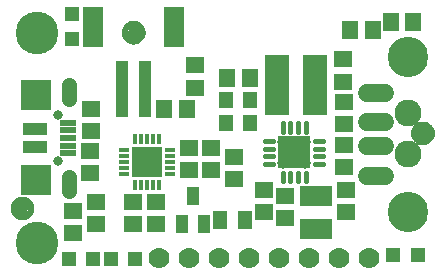
<source format=gbr>
G04 EAGLE Gerber RS-274X export*
G75*
%MOMM*%
%FSLAX34Y34*%
%LPD*%
%INSoldermask Top*%
%IPPOS*%
%AMOC8*
5,1,8,0,0,1.08239X$1,22.5*%
G01*
%ADD10R,2.801600X2.801600*%
%ADD11C,0.451600*%
%ADD12C,1.009600*%
%ADD13R,2.101600X5.101600*%
%ADD14R,1.401600X1.601600*%
%ADD15R,1.101600X4.701600*%
%ADD16R,1.701600X3.501600*%
%ADD17R,1.601600X1.401600*%
%ADD18C,1.101600*%
%ADD19C,0.500000*%
%ADD20C,3.617600*%
%ADD21C,2.286000*%
%ADD22C,1.559600*%
%ADD23C,3.417600*%
%ADD24R,1.301600X1.301600*%
%ADD25R,1.301600X1.601600*%
%ADD26R,1.301600X1.401600*%
%ADD27R,1.101600X1.501600*%
%ADD28R,2.801600X1.701600*%
%ADD29C,0.801600*%
%ADD30R,2.601600X2.601600*%
%ADD31C,1.309600*%
%ADD32R,2.101600X1.101600*%
%ADD33R,1.450000X0.500000*%
%ADD34C,1.778000*%
%ADD35R,0.400000X0.900000*%
%ADD36R,0.900000X0.400000*%


D10*
X242710Y102060D03*
D11*
X260210Y92310D02*
X267210Y92310D01*
X267210Y98810D02*
X260210Y98810D01*
X260210Y105310D02*
X267210Y105310D01*
X267210Y111810D02*
X260210Y111810D01*
X252460Y119560D02*
X252460Y126560D01*
X245960Y126560D02*
X245960Y119560D01*
X239460Y119560D02*
X239460Y126560D01*
X232960Y126560D02*
X232960Y119560D01*
X225210Y111810D02*
X218210Y111810D01*
X218210Y105310D02*
X225210Y105310D01*
X225210Y98810D02*
X218210Y98810D01*
X218210Y92310D02*
X225210Y92310D01*
X232960Y84560D02*
X232960Y77560D01*
X239460Y77560D02*
X239460Y84560D01*
X245960Y84560D02*
X245960Y77560D01*
X252460Y77560D02*
X252460Y84560D01*
D12*
X242710Y102060D03*
X251710Y93060D03*
X233710Y93060D03*
X233710Y111060D03*
X251710Y111060D03*
D13*
X228020Y159040D03*
X260020Y159040D03*
D14*
X205080Y165100D03*
X186080Y165100D03*
D15*
X96680Y156040D03*
X116680Y156040D03*
D16*
X72680Y208040D03*
X140680Y208040D03*
D17*
X284480Y180950D03*
X284480Y161950D03*
D18*
X106920Y203430D03*
D19*
X99420Y203430D02*
X99422Y203249D01*
X99429Y203068D01*
X99440Y202887D01*
X99455Y202706D01*
X99475Y202526D01*
X99499Y202346D01*
X99527Y202167D01*
X99560Y201989D01*
X99597Y201812D01*
X99638Y201635D01*
X99683Y201460D01*
X99733Y201285D01*
X99787Y201112D01*
X99845Y200941D01*
X99907Y200770D01*
X99974Y200602D01*
X100044Y200435D01*
X100118Y200269D01*
X100197Y200106D01*
X100279Y199945D01*
X100365Y199785D01*
X100455Y199628D01*
X100549Y199473D01*
X100646Y199320D01*
X100748Y199170D01*
X100852Y199022D01*
X100961Y198876D01*
X101072Y198734D01*
X101188Y198594D01*
X101306Y198457D01*
X101428Y198322D01*
X101553Y198191D01*
X101681Y198063D01*
X101812Y197938D01*
X101947Y197816D01*
X102084Y197698D01*
X102224Y197582D01*
X102366Y197471D01*
X102512Y197362D01*
X102660Y197258D01*
X102810Y197156D01*
X102963Y197059D01*
X103118Y196965D01*
X103275Y196875D01*
X103435Y196789D01*
X103596Y196707D01*
X103759Y196628D01*
X103925Y196554D01*
X104092Y196484D01*
X104260Y196417D01*
X104431Y196355D01*
X104602Y196297D01*
X104775Y196243D01*
X104950Y196193D01*
X105125Y196148D01*
X105302Y196107D01*
X105479Y196070D01*
X105657Y196037D01*
X105836Y196009D01*
X106016Y195985D01*
X106196Y195965D01*
X106377Y195950D01*
X106558Y195939D01*
X106739Y195932D01*
X106920Y195930D01*
X99420Y203430D02*
X99422Y203611D01*
X99429Y203792D01*
X99440Y203973D01*
X99455Y204154D01*
X99475Y204334D01*
X99499Y204514D01*
X99527Y204693D01*
X99560Y204871D01*
X99597Y205048D01*
X99638Y205225D01*
X99683Y205400D01*
X99733Y205575D01*
X99787Y205748D01*
X99845Y205919D01*
X99907Y206090D01*
X99974Y206258D01*
X100044Y206425D01*
X100118Y206591D01*
X100197Y206754D01*
X100279Y206915D01*
X100365Y207075D01*
X100455Y207232D01*
X100549Y207387D01*
X100646Y207540D01*
X100748Y207690D01*
X100852Y207838D01*
X100961Y207984D01*
X101072Y208126D01*
X101188Y208266D01*
X101306Y208403D01*
X101428Y208538D01*
X101553Y208669D01*
X101681Y208797D01*
X101812Y208922D01*
X101947Y209044D01*
X102084Y209162D01*
X102224Y209278D01*
X102366Y209389D01*
X102512Y209498D01*
X102660Y209602D01*
X102810Y209704D01*
X102963Y209801D01*
X103118Y209895D01*
X103275Y209985D01*
X103435Y210071D01*
X103596Y210153D01*
X103759Y210232D01*
X103925Y210306D01*
X104092Y210376D01*
X104260Y210443D01*
X104431Y210505D01*
X104602Y210563D01*
X104775Y210617D01*
X104950Y210667D01*
X105125Y210712D01*
X105302Y210753D01*
X105479Y210790D01*
X105657Y210823D01*
X105836Y210851D01*
X106016Y210875D01*
X106196Y210895D01*
X106377Y210910D01*
X106558Y210921D01*
X106739Y210928D01*
X106920Y210930D01*
X107101Y210928D01*
X107282Y210921D01*
X107463Y210910D01*
X107644Y210895D01*
X107824Y210875D01*
X108004Y210851D01*
X108183Y210823D01*
X108361Y210790D01*
X108538Y210753D01*
X108715Y210712D01*
X108890Y210667D01*
X109065Y210617D01*
X109238Y210563D01*
X109409Y210505D01*
X109580Y210443D01*
X109748Y210376D01*
X109915Y210306D01*
X110081Y210232D01*
X110244Y210153D01*
X110405Y210071D01*
X110565Y209985D01*
X110722Y209895D01*
X110877Y209801D01*
X111030Y209704D01*
X111180Y209602D01*
X111328Y209498D01*
X111474Y209389D01*
X111616Y209278D01*
X111756Y209162D01*
X111893Y209044D01*
X112028Y208922D01*
X112159Y208797D01*
X112287Y208669D01*
X112412Y208538D01*
X112534Y208403D01*
X112652Y208266D01*
X112768Y208126D01*
X112879Y207984D01*
X112988Y207838D01*
X113092Y207690D01*
X113194Y207540D01*
X113291Y207387D01*
X113385Y207232D01*
X113475Y207075D01*
X113561Y206915D01*
X113643Y206754D01*
X113722Y206591D01*
X113796Y206425D01*
X113866Y206258D01*
X113933Y206090D01*
X113995Y205919D01*
X114053Y205748D01*
X114107Y205575D01*
X114157Y205400D01*
X114202Y205225D01*
X114243Y205048D01*
X114280Y204871D01*
X114313Y204693D01*
X114341Y204514D01*
X114365Y204334D01*
X114385Y204154D01*
X114400Y203973D01*
X114411Y203792D01*
X114418Y203611D01*
X114420Y203430D01*
X114418Y203249D01*
X114411Y203068D01*
X114400Y202887D01*
X114385Y202706D01*
X114365Y202526D01*
X114341Y202346D01*
X114313Y202167D01*
X114280Y201989D01*
X114243Y201812D01*
X114202Y201635D01*
X114157Y201460D01*
X114107Y201285D01*
X114053Y201112D01*
X113995Y200941D01*
X113933Y200770D01*
X113866Y200602D01*
X113796Y200435D01*
X113722Y200269D01*
X113643Y200106D01*
X113561Y199945D01*
X113475Y199785D01*
X113385Y199628D01*
X113291Y199473D01*
X113194Y199320D01*
X113092Y199170D01*
X112988Y199022D01*
X112879Y198876D01*
X112768Y198734D01*
X112652Y198594D01*
X112534Y198457D01*
X112412Y198322D01*
X112287Y198191D01*
X112159Y198063D01*
X112028Y197938D01*
X111893Y197816D01*
X111756Y197698D01*
X111616Y197582D01*
X111474Y197471D01*
X111328Y197362D01*
X111180Y197258D01*
X111030Y197156D01*
X110877Y197059D01*
X110722Y196965D01*
X110565Y196875D01*
X110405Y196789D01*
X110244Y196707D01*
X110081Y196628D01*
X109915Y196554D01*
X109748Y196484D01*
X109580Y196417D01*
X109409Y196355D01*
X109238Y196297D01*
X109065Y196243D01*
X108890Y196193D01*
X108715Y196148D01*
X108538Y196107D01*
X108361Y196070D01*
X108183Y196037D01*
X108004Y196009D01*
X107824Y195985D01*
X107644Y195965D01*
X107463Y195950D01*
X107282Y195939D01*
X107101Y195932D01*
X106920Y195930D01*
D20*
X25400Y203200D03*
X25400Y25400D03*
D21*
X339090Y135475D03*
X339090Y100475D03*
D17*
X284980Y108570D03*
X284980Y89570D03*
X284800Y125730D03*
X284800Y144730D03*
D14*
X309220Y205740D03*
X290220Y205740D03*
X324510Y212090D03*
X343510Y212090D03*
D22*
X319280Y107475D02*
X304700Y107475D01*
X304700Y127475D02*
X319280Y127475D01*
X319280Y82475D02*
X304700Y82475D01*
X304700Y152475D02*
X319280Y152475D01*
D23*
X339090Y51775D03*
X339090Y183175D03*
D24*
X54290Y219110D03*
X54290Y198110D03*
D17*
X158430Y175730D03*
X158430Y156730D03*
D24*
X347730Y15560D03*
X326730Y15560D03*
D17*
X287020Y70460D03*
X287020Y51460D03*
X191440Y79390D03*
X191440Y98390D03*
D25*
X180000Y44450D03*
X201000Y44450D03*
D17*
X234950Y65380D03*
X234950Y46380D03*
X217170Y51460D03*
X217170Y70460D03*
D26*
X185420Y127000D03*
X205740Y127000D03*
X205740Y146050D03*
X185420Y146050D03*
D27*
X156972Y65340D03*
X166472Y41340D03*
X147472Y41340D03*
D28*
X261620Y64800D03*
X261620Y36800D03*
D18*
X351790Y118110D03*
D19*
X351790Y125610D02*
X351609Y125608D01*
X351428Y125601D01*
X351247Y125590D01*
X351066Y125575D01*
X350886Y125555D01*
X350706Y125531D01*
X350527Y125503D01*
X350349Y125470D01*
X350172Y125433D01*
X349995Y125392D01*
X349820Y125347D01*
X349645Y125297D01*
X349472Y125243D01*
X349301Y125185D01*
X349130Y125123D01*
X348962Y125056D01*
X348795Y124986D01*
X348629Y124912D01*
X348466Y124833D01*
X348305Y124751D01*
X348145Y124665D01*
X347988Y124575D01*
X347833Y124481D01*
X347680Y124384D01*
X347530Y124282D01*
X347382Y124178D01*
X347236Y124069D01*
X347094Y123958D01*
X346954Y123842D01*
X346817Y123724D01*
X346682Y123602D01*
X346551Y123477D01*
X346423Y123349D01*
X346298Y123218D01*
X346176Y123083D01*
X346058Y122946D01*
X345942Y122806D01*
X345831Y122664D01*
X345722Y122518D01*
X345618Y122370D01*
X345516Y122220D01*
X345419Y122067D01*
X345325Y121912D01*
X345235Y121755D01*
X345149Y121595D01*
X345067Y121434D01*
X344988Y121271D01*
X344914Y121105D01*
X344844Y120938D01*
X344777Y120770D01*
X344715Y120599D01*
X344657Y120428D01*
X344603Y120255D01*
X344553Y120080D01*
X344508Y119905D01*
X344467Y119728D01*
X344430Y119551D01*
X344397Y119373D01*
X344369Y119194D01*
X344345Y119014D01*
X344325Y118834D01*
X344310Y118653D01*
X344299Y118472D01*
X344292Y118291D01*
X344290Y118110D01*
X351790Y125610D02*
X351971Y125608D01*
X352152Y125601D01*
X352333Y125590D01*
X352514Y125575D01*
X352694Y125555D01*
X352874Y125531D01*
X353053Y125503D01*
X353231Y125470D01*
X353408Y125433D01*
X353585Y125392D01*
X353760Y125347D01*
X353935Y125297D01*
X354108Y125243D01*
X354279Y125185D01*
X354450Y125123D01*
X354618Y125056D01*
X354785Y124986D01*
X354951Y124912D01*
X355114Y124833D01*
X355275Y124751D01*
X355435Y124665D01*
X355592Y124575D01*
X355747Y124481D01*
X355900Y124384D01*
X356050Y124282D01*
X356198Y124178D01*
X356344Y124069D01*
X356486Y123958D01*
X356626Y123842D01*
X356763Y123724D01*
X356898Y123602D01*
X357029Y123477D01*
X357157Y123349D01*
X357282Y123218D01*
X357404Y123083D01*
X357522Y122946D01*
X357638Y122806D01*
X357749Y122664D01*
X357858Y122518D01*
X357962Y122370D01*
X358064Y122220D01*
X358161Y122067D01*
X358255Y121912D01*
X358345Y121755D01*
X358431Y121595D01*
X358513Y121434D01*
X358592Y121271D01*
X358666Y121105D01*
X358736Y120938D01*
X358803Y120770D01*
X358865Y120599D01*
X358923Y120428D01*
X358977Y120255D01*
X359027Y120080D01*
X359072Y119905D01*
X359113Y119728D01*
X359150Y119551D01*
X359183Y119373D01*
X359211Y119194D01*
X359235Y119014D01*
X359255Y118834D01*
X359270Y118653D01*
X359281Y118472D01*
X359288Y118291D01*
X359290Y118110D01*
X359288Y117929D01*
X359281Y117748D01*
X359270Y117567D01*
X359255Y117386D01*
X359235Y117206D01*
X359211Y117026D01*
X359183Y116847D01*
X359150Y116669D01*
X359113Y116492D01*
X359072Y116315D01*
X359027Y116140D01*
X358977Y115965D01*
X358923Y115792D01*
X358865Y115621D01*
X358803Y115450D01*
X358736Y115282D01*
X358666Y115115D01*
X358592Y114949D01*
X358513Y114786D01*
X358431Y114625D01*
X358345Y114465D01*
X358255Y114308D01*
X358161Y114153D01*
X358064Y114000D01*
X357962Y113850D01*
X357858Y113702D01*
X357749Y113556D01*
X357638Y113414D01*
X357522Y113274D01*
X357404Y113137D01*
X357282Y113002D01*
X357157Y112871D01*
X357029Y112743D01*
X356898Y112618D01*
X356763Y112496D01*
X356626Y112378D01*
X356486Y112262D01*
X356344Y112151D01*
X356198Y112042D01*
X356050Y111938D01*
X355900Y111836D01*
X355747Y111739D01*
X355592Y111645D01*
X355435Y111555D01*
X355275Y111469D01*
X355114Y111387D01*
X354951Y111308D01*
X354785Y111234D01*
X354618Y111164D01*
X354450Y111097D01*
X354279Y111035D01*
X354108Y110977D01*
X353935Y110923D01*
X353760Y110873D01*
X353585Y110828D01*
X353408Y110787D01*
X353231Y110750D01*
X353053Y110717D01*
X352874Y110689D01*
X352694Y110665D01*
X352514Y110645D01*
X352333Y110630D01*
X352152Y110619D01*
X351971Y110612D01*
X351790Y110610D01*
X351609Y110612D01*
X351428Y110619D01*
X351247Y110630D01*
X351066Y110645D01*
X350886Y110665D01*
X350706Y110689D01*
X350527Y110717D01*
X350349Y110750D01*
X350172Y110787D01*
X349995Y110828D01*
X349820Y110873D01*
X349645Y110923D01*
X349472Y110977D01*
X349301Y111035D01*
X349130Y111097D01*
X348962Y111164D01*
X348795Y111234D01*
X348629Y111308D01*
X348466Y111387D01*
X348305Y111469D01*
X348145Y111555D01*
X347988Y111645D01*
X347833Y111739D01*
X347680Y111836D01*
X347530Y111938D01*
X347382Y112042D01*
X347236Y112151D01*
X347094Y112262D01*
X346954Y112378D01*
X346817Y112496D01*
X346682Y112618D01*
X346551Y112743D01*
X346423Y112871D01*
X346298Y113002D01*
X346176Y113137D01*
X346058Y113274D01*
X345942Y113414D01*
X345831Y113556D01*
X345722Y113702D01*
X345618Y113850D01*
X345516Y114000D01*
X345419Y114153D01*
X345325Y114308D01*
X345235Y114465D01*
X345149Y114625D01*
X345067Y114786D01*
X344988Y114949D01*
X344914Y115115D01*
X344844Y115282D01*
X344777Y115450D01*
X344715Y115621D01*
X344657Y115792D01*
X344603Y115965D01*
X344553Y116140D01*
X344508Y116315D01*
X344467Y116492D01*
X344430Y116669D01*
X344397Y116847D01*
X344369Y117026D01*
X344345Y117206D01*
X344325Y117386D01*
X344310Y117567D01*
X344299Y117748D01*
X344292Y117929D01*
X344290Y118110D01*
D18*
X12700Y54610D03*
D19*
X12700Y62110D02*
X12519Y62108D01*
X12338Y62101D01*
X12157Y62090D01*
X11976Y62075D01*
X11796Y62055D01*
X11616Y62031D01*
X11437Y62003D01*
X11259Y61970D01*
X11082Y61933D01*
X10905Y61892D01*
X10730Y61847D01*
X10555Y61797D01*
X10382Y61743D01*
X10211Y61685D01*
X10040Y61623D01*
X9872Y61556D01*
X9705Y61486D01*
X9539Y61412D01*
X9376Y61333D01*
X9215Y61251D01*
X9055Y61165D01*
X8898Y61075D01*
X8743Y60981D01*
X8590Y60884D01*
X8440Y60782D01*
X8292Y60678D01*
X8146Y60569D01*
X8004Y60458D01*
X7864Y60342D01*
X7727Y60224D01*
X7592Y60102D01*
X7461Y59977D01*
X7333Y59849D01*
X7208Y59718D01*
X7086Y59583D01*
X6968Y59446D01*
X6852Y59306D01*
X6741Y59164D01*
X6632Y59018D01*
X6528Y58870D01*
X6426Y58720D01*
X6329Y58567D01*
X6235Y58412D01*
X6145Y58255D01*
X6059Y58095D01*
X5977Y57934D01*
X5898Y57771D01*
X5824Y57605D01*
X5754Y57438D01*
X5687Y57270D01*
X5625Y57099D01*
X5567Y56928D01*
X5513Y56755D01*
X5463Y56580D01*
X5418Y56405D01*
X5377Y56228D01*
X5340Y56051D01*
X5307Y55873D01*
X5279Y55694D01*
X5255Y55514D01*
X5235Y55334D01*
X5220Y55153D01*
X5209Y54972D01*
X5202Y54791D01*
X5200Y54610D01*
X12700Y62110D02*
X12881Y62108D01*
X13062Y62101D01*
X13243Y62090D01*
X13424Y62075D01*
X13604Y62055D01*
X13784Y62031D01*
X13963Y62003D01*
X14141Y61970D01*
X14318Y61933D01*
X14495Y61892D01*
X14670Y61847D01*
X14845Y61797D01*
X15018Y61743D01*
X15189Y61685D01*
X15360Y61623D01*
X15528Y61556D01*
X15695Y61486D01*
X15861Y61412D01*
X16024Y61333D01*
X16185Y61251D01*
X16345Y61165D01*
X16502Y61075D01*
X16657Y60981D01*
X16810Y60884D01*
X16960Y60782D01*
X17108Y60678D01*
X17254Y60569D01*
X17396Y60458D01*
X17536Y60342D01*
X17673Y60224D01*
X17808Y60102D01*
X17939Y59977D01*
X18067Y59849D01*
X18192Y59718D01*
X18314Y59583D01*
X18432Y59446D01*
X18548Y59306D01*
X18659Y59164D01*
X18768Y59018D01*
X18872Y58870D01*
X18974Y58720D01*
X19071Y58567D01*
X19165Y58412D01*
X19255Y58255D01*
X19341Y58095D01*
X19423Y57934D01*
X19502Y57771D01*
X19576Y57605D01*
X19646Y57438D01*
X19713Y57270D01*
X19775Y57099D01*
X19833Y56928D01*
X19887Y56755D01*
X19937Y56580D01*
X19982Y56405D01*
X20023Y56228D01*
X20060Y56051D01*
X20093Y55873D01*
X20121Y55694D01*
X20145Y55514D01*
X20165Y55334D01*
X20180Y55153D01*
X20191Y54972D01*
X20198Y54791D01*
X20200Y54610D01*
X20198Y54429D01*
X20191Y54248D01*
X20180Y54067D01*
X20165Y53886D01*
X20145Y53706D01*
X20121Y53526D01*
X20093Y53347D01*
X20060Y53169D01*
X20023Y52992D01*
X19982Y52815D01*
X19937Y52640D01*
X19887Y52465D01*
X19833Y52292D01*
X19775Y52121D01*
X19713Y51950D01*
X19646Y51782D01*
X19576Y51615D01*
X19502Y51449D01*
X19423Y51286D01*
X19341Y51125D01*
X19255Y50965D01*
X19165Y50808D01*
X19071Y50653D01*
X18974Y50500D01*
X18872Y50350D01*
X18768Y50202D01*
X18659Y50056D01*
X18548Y49914D01*
X18432Y49774D01*
X18314Y49637D01*
X18192Y49502D01*
X18067Y49371D01*
X17939Y49243D01*
X17808Y49118D01*
X17673Y48996D01*
X17536Y48878D01*
X17396Y48762D01*
X17254Y48651D01*
X17108Y48542D01*
X16960Y48438D01*
X16810Y48336D01*
X16657Y48239D01*
X16502Y48145D01*
X16345Y48055D01*
X16185Y47969D01*
X16024Y47887D01*
X15861Y47808D01*
X15695Y47734D01*
X15528Y47664D01*
X15360Y47597D01*
X15189Y47535D01*
X15018Y47477D01*
X14845Y47423D01*
X14670Y47373D01*
X14495Y47328D01*
X14318Y47287D01*
X14141Y47250D01*
X13963Y47217D01*
X13784Y47189D01*
X13604Y47165D01*
X13424Y47145D01*
X13243Y47130D01*
X13062Y47119D01*
X12881Y47112D01*
X12700Y47110D01*
X12519Y47112D01*
X12338Y47119D01*
X12157Y47130D01*
X11976Y47145D01*
X11796Y47165D01*
X11616Y47189D01*
X11437Y47217D01*
X11259Y47250D01*
X11082Y47287D01*
X10905Y47328D01*
X10730Y47373D01*
X10555Y47423D01*
X10382Y47477D01*
X10211Y47535D01*
X10040Y47597D01*
X9872Y47664D01*
X9705Y47734D01*
X9539Y47808D01*
X9376Y47887D01*
X9215Y47969D01*
X9055Y48055D01*
X8898Y48145D01*
X8743Y48239D01*
X8590Y48336D01*
X8440Y48438D01*
X8292Y48542D01*
X8146Y48651D01*
X8004Y48762D01*
X7864Y48878D01*
X7727Y48996D01*
X7592Y49118D01*
X7461Y49243D01*
X7333Y49371D01*
X7208Y49502D01*
X7086Y49637D01*
X6968Y49774D01*
X6852Y49914D01*
X6741Y50056D01*
X6632Y50202D01*
X6528Y50350D01*
X6426Y50500D01*
X6329Y50653D01*
X6235Y50808D01*
X6145Y50965D01*
X6059Y51125D01*
X5977Y51286D01*
X5898Y51449D01*
X5824Y51615D01*
X5754Y51782D01*
X5687Y51950D01*
X5625Y52121D01*
X5567Y52292D01*
X5513Y52465D01*
X5463Y52640D01*
X5418Y52815D01*
X5377Y52992D01*
X5340Y53169D01*
X5307Y53347D01*
X5279Y53526D01*
X5255Y53706D01*
X5235Y53886D01*
X5220Y54067D01*
X5209Y54248D01*
X5202Y54429D01*
X5200Y54610D01*
D17*
X153670Y106020D03*
X153670Y87020D03*
X172720Y106020D03*
X172720Y87020D03*
D24*
X51730Y11430D03*
X72730Y11430D03*
X108290Y11430D03*
X87290Y11430D03*
D17*
X74930Y60300D03*
X74930Y41300D03*
X55880Y52680D03*
X55880Y33680D03*
D14*
X132740Y138430D03*
X151740Y138430D03*
D17*
X71120Y120040D03*
X71120Y139040D03*
X125730Y41300D03*
X125730Y60300D03*
X106680Y41300D03*
X106680Y60300D03*
D29*
X43180Y133800D03*
X43180Y94800D03*
D30*
X24180Y78300D03*
X24180Y150300D03*
D31*
X52180Y147300D02*
X52180Y159380D01*
X52180Y81300D02*
X52180Y69220D01*
D32*
X23180Y121800D03*
X23180Y106800D03*
D33*
X50930Y127300D03*
X50930Y120800D03*
X50930Y114300D03*
X50930Y107800D03*
X50930Y101300D03*
D17*
X69850Y84480D03*
X69850Y103480D03*
D34*
X128270Y12700D03*
X153670Y12700D03*
X179070Y12700D03*
X204470Y12700D03*
X229870Y12700D03*
X255270Y12700D03*
X280670Y12700D03*
X306070Y12700D03*
D30*
X118110Y93980D03*
D35*
X128110Y113480D03*
X123110Y113480D03*
X118110Y113480D03*
X113110Y113480D03*
X108110Y113480D03*
D36*
X98610Y103980D03*
X98610Y98980D03*
X98610Y93980D03*
X98610Y88980D03*
X98610Y83980D03*
D35*
X108110Y74480D03*
X113110Y74480D03*
X118110Y74480D03*
X123110Y74480D03*
X128110Y74480D03*
D36*
X137610Y83980D03*
X137610Y88980D03*
X137610Y93980D03*
X137610Y98980D03*
X137610Y103980D03*
M02*

</source>
